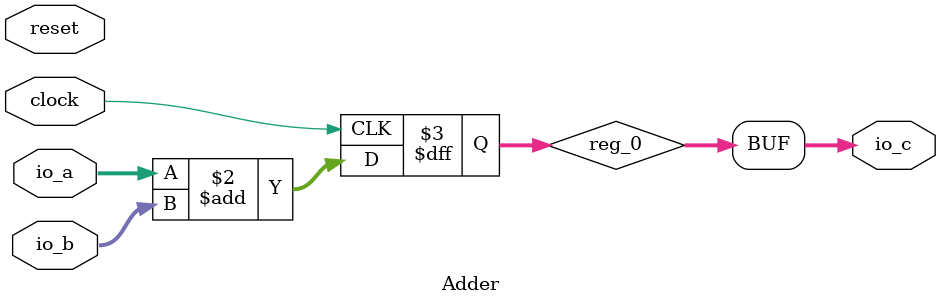
<source format=sv>
module Adder(
  input        clock,
  input        reset,
  input  [1:0] io_a,
  input  [1:0] io_b,
  output [1:0] io_c
);

  reg [1:0] reg_0;
  always @(posedge clock)
    reg_0 <= io_a + io_b;
  assign io_c = reg_0;
endmodule


</source>
